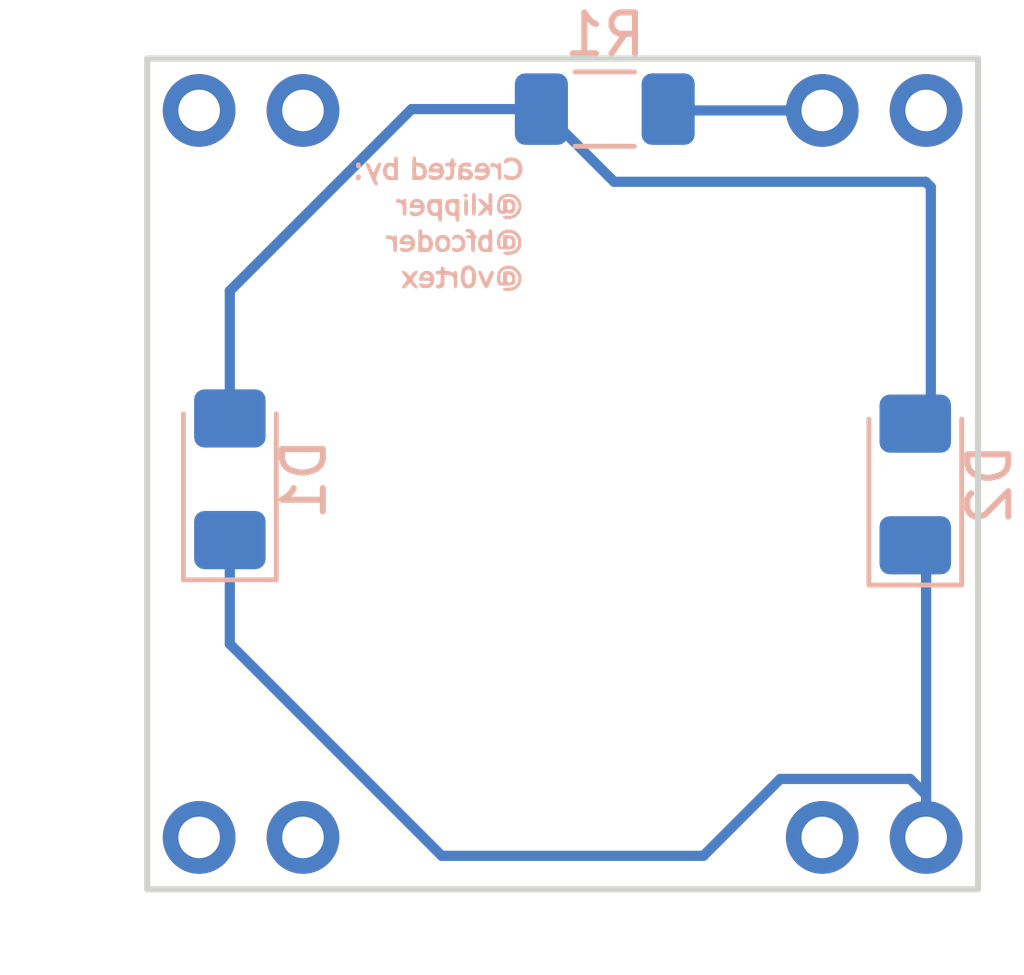
<source format=kicad_pcb>
(kicad_pcb (version 20211014) (generator pcbnew)
  (layers (0 "F.Cu" signal) (31 "B.Cu" signal) (34 "B.Paste" user) (35 "F.Paste" user) (36 "B.SilkS" user "B.Silkscreen") (37 "F.SilkS" user "F.Silkscreen") (38 "B.Mask" user) (39 "F.Mask" user) (44 "Edge.Cuts" user))
  (net 0 "")
  (net 1 "Net-(D1-Pad1)")
  (net 7 "Net-(D2-Pad2)")
  (net 8 "Net-(R1-Pad1)")
  (footprint "Badge" (layer "F.Cu") (at 136.779 94.742)
    (fp_text reference "Ref**" hide)
    (fp_text value "Val**" hide)
    (fp_poly (pts (xy -2.866011 -5.049038) (xy -2.803211 -5.001476) (xy -2.761712 -4.924146) (xy -2.752261 -4.882836) (xy -2.744865 -4.772099) (xy -2.755334 -4.671135) (xy -2.781656 -4.590763) (xy -2.814751 -4.546914) (xy -2.877431 -4.517209) (xy -2.951933 -4.509875) (xy -3.018071 -4.526021) (xy -3.032418 -4.534958) (xy -3.073451 -4.588319) (xy -3.099612 -4.667117) (xy -3.111047 -4.759952) (xy -3.110266 -4.783666) (xy -3.026833 -4.783666) (xy -3.017629 -4.68553) (xy -2.990799 -4.621501) (xy -2.947519 -4.594052) (xy -2.93634 -4.593166) (xy -2.886431 -4.60351) (xy -2.861733 -4.618566) (xy -2.847289 -4.654571) (xy -2.838943 -4.717865) (xy -2.836695 -4.793845) (xy -2.840544 -4.867908) (xy -2.850491 -4.925451) (xy -2.861733 -4.948766) (xy -2.902195 -4.96919) (xy -2.93634 -4.974166) (xy -2.982958 -4.95479) (xy -3.013374 -4.89831) (xy -3.026413 -4.807198) (xy -3.026833 -4.783666) (xy -3.110266 -4.783666) (xy -3.1079 -4.855424) (xy -3.090318 -4.942135) (xy -3.058445 -5.008684) (xy -3.025998 -5.038113) (xy -2.942733 -5.062645) (xy -2.866011 -5.049038)) (layer "B.SilkS") (width 0.01) (fill solid))
    (fp_poly (pts (xy -2.931443 -7.577235) (xy -2.882297 -7.558724) (xy -2.858283 -7.524061) (xy -2.8575 -7.515009) (xy -2.863637 -7.493184) (xy -2.888853 -7.484539) (xy -2.943351 -7.486379) (xy -2.960152 -7.487911) (xy -3.026023 -7.490976) (xy -3.061439 -7.48238) (xy -3.075905 -7.463637) (xy -3.07692 -7.441517) (xy -3.051584 -7.431515) (xy -3.00404 -7.4295) (xy -2.927391 -7.414475) (xy -2.863322 -7.375274) (xy -2.823135 -7.320704) (xy -2.815166 -7.282295) (xy -2.833628 -7.22243) (xy -2.881326 -7.179194) (xy -2.946728 -7.157809) (xy -3.018303 -7.163496) (xy -3.049391 -7.176245) (xy -3.083089 -7.187345) (xy -3.090333 -7.176245) (xy -3.106304 -7.157465) (xy -3.139256 -7.156597) (xy -3.160889 -7.168444) (xy -3.170335 -7.199335) (xy -3.174587 -7.258591) (xy -3.174172 -7.314776) (xy -3.090867 -7.314776) (xy -3.071282 -7.271313) (xy -3.064933 -7.2644) (xy -3.02382 -7.243872) (xy -2.971914 -7.240519) (xy -2.928287 -7.253615) (xy -2.913568 -7.270171) (xy -2.920043 -7.304503) (xy -2.955265 -7.337949) (xy -3.006525 -7.361035) (xy -3.042126 -7.366) (xy -3.080123 -7.350909) (xy -3.090867 -7.314776) (xy -3.174172 -7.314776) (xy -3.17404 -7.332616) (xy -3.169086 -7.407814) (xy -3.160121 -7.470588) (xy -3.151253 -7.500793) (xy -3.115626 -7.541373) (xy -3.059512 -7.568007) (xy -2.994317 -7.580145) (xy -2.931443 -7.577235)) (layer "B.SilkS") (width 0.01) (fill solid))
    (fp_poly (pts (xy -3.28997 -7.671098) (xy -3.280833 -7.630583) (xy -3.273588 -7.590804) (xy -3.259666 -7.577666) (xy -3.242469 -7.559938) (xy -3.2385 -7.535333) (xy -3.247364 -7.500938) (xy -3.259666 -7.493) (xy -3.270757 -7.473582) (xy -3.27834 -7.422237) (xy -3.280833 -7.356928) (xy -3.285604 -7.264407) (xy -3.300755 -7.206822) (xy -3.314095 -7.187595) (xy -3.356436 -7.164648) (xy -3.412705 -7.154408) (xy -3.462262 -7.159281) (xy -3.478389 -7.168444) (xy -3.494391 -7.203266) (xy -3.474123 -7.229641) (xy -3.429 -7.239) (xy -3.39385 -7.240663) (xy -3.374879 -7.252304) (xy -3.367095 -7.283901) (xy -3.365512 -7.345432) (xy -3.3655 -7.366) (xy -3.366331 -7.436299) (xy -3.372152 -7.474242) (xy -3.38795 -7.489809) (xy -3.418716 -7.492976) (xy -3.429 -7.493) (xy -3.47548 -7.499652) (xy -3.491845 -7.524405) (xy -3.4925 -7.535333) (xy -3.482521 -7.56632) (xy -3.445392 -7.57723) (xy -3.429 -7.577666) (xy -3.383618 -7.583362) (xy -3.367016 -7.607572) (xy -3.3655 -7.630583) (xy -3.355578 -7.672078) (xy -3.323166 -7.6835) (xy -3.28997 -7.671098)) (layer "B.SilkS") (width 0.01) (fill solid))
    (fp_poly (pts (xy -2.146838 -7.565197) (xy -2.135835 -7.542732) (xy -2.129866 -7.498303) (xy -2.127514 -7.423971) (xy -2.12725 -7.366) (xy -2.128188 -7.271346) (xy -2.131947 -7.211063) (xy -2.139942 -7.177212) (xy -2.153591 -7.161855) (xy -2.164291 -7.158363) (xy -2.184319 -7.159682) (xy -2.195559 -7.179056) (xy -2.200419 -7.225037) (xy -2.201333 -7.289877) (xy -2.203058 -7.366833) (xy -2.21067 -7.413682) (xy -2.227826 -7.44259) (xy -2.253213 -7.462517) (xy -2.310213 -7.484539) (xy -2.348463 -7.482745) (xy -2.382213 -7.480286) (xy -2.391789 -7.509349) (xy -2.391833 -7.513404) (xy -2.377189 -7.557332) (xy -2.336068 -7.570899) (xy -2.272692 -7.552901) (xy -2.265642 -7.549493) (xy -2.22214 -7.530043) (xy -2.204387 -7.531553) (xy -2.201333 -7.549091) (xy -2.185151 -7.572859) (xy -2.164291 -7.573637) (xy -2.146838 -7.565197)) (layer "B.SilkS") (width 0.01) (fill solid))
    (fp_poly (pts (xy -2.374477 -5.94548) (xy -2.362647 -5.933901) (xy -2.355288 -5.906315) (xy -2.351346 -5.855945) (xy -2.349769 -5.776008) (xy -2.3495 -5.675433) (xy -2.3495 -5.403033) (xy -2.47491 -5.400199) (xy -2.548108 -5.400698) (xy -2.593267 -5.409303) (xy -2.62452 -5.430436) (xy -2.644243 -5.453203) (xy -2.680665 -5.528521) (xy -2.689672 -5.608087) (xy -2.6035 -5.608087) (xy -2.591087 -5.528608) (xy -2.556457 -5.479776) (xy -2.503527 -5.46546) (xy -2.467648 -5.473848) (xy -2.446445 -5.495256) (xy -2.436115 -5.544047) (xy -2.434166 -5.600444) (xy -2.436046 -5.667128) (xy -2.444973 -5.703325) (xy -2.465884 -5.720826) (xy -2.487358 -5.727544) (xy -2.548239 -5.727065) (xy -2.587401 -5.690988) (xy -2.603236 -5.620969) (xy -2.6035 -5.608087) (xy -2.689672 -5.608087) (xy -2.690713 -5.617281) (xy -2.674896 -5.703542) (xy -2.634076 -5.771014) (xy -2.587563 -5.807799) (xy -2.539591 -5.815909) (xy -2.507076 -5.811426) (xy -2.458506 -5.80475) (xy -2.438402 -5.816906) (xy -2.434203 -5.858464) (xy -2.434166 -5.872791) (xy -2.429562 -5.924252) (xy -2.411522 -5.945217) (xy -2.391833 -5.947833) (xy -2.374477 -5.94548)) (layer "B.SilkS") (width 0.01) (fill solid))
    (fp_poly (pts (xy -3.467105 -5.792213) (xy -3.431104 -5.769821) (xy -3.386209 -5.703099) (xy -3.368602 -5.61863) (xy -3.378354 -5.531092) (xy -3.415534 -5.455161) (xy -3.429538 -5.439295) (xy -3.483834 -5.409653) (xy -3.55757 -5.397867) (xy -3.631077 -5.405591) (xy -3.665537 -5.419473) (xy -3.708611 -5.466774) (xy -3.733022 -5.538549) (xy -3.736767 -5.598583) (xy -3.661833 -5.598583) (xy -3.647666 -5.541238) (xy -3.612918 -5.490952) (xy -3.569221 -5.462846) (xy -3.556 -5.461) (xy -3.514589 -5.477181) (xy -3.483117 -5.508043) (xy -3.457765 -5.560028) (xy -3.450166 -5.598583) (xy -3.464334 -5.655928) (xy -3.499082 -5.706214) (xy -3.542778 -5.73432) (xy -3.556 -5.736166) (xy -3.600111 -5.717749) (xy -3.638793 -5.672576) (xy -3.660413 -5.615771) (xy -3.661833 -5.598583) (xy -3.736767 -5.598583) (xy -3.738165 -5.620983) (xy -3.723435 -5.700262) (xy -3.688227 -5.762569) (xy -3.680895 -5.769821) (xy -3.6189 -5.801094) (xy -3.541203 -5.808558) (xy -3.467105 -5.792213)) (layer "B.SilkS") (width 0.01) (fill solid))
    (fp_poly (pts (xy -5.075006 -7.575389) (xy -5.063605 -7.564072) (xy -5.065561 -7.536988) (xy -5.081929 -7.487412) (xy -5.113767 -7.408614) (xy -5.132081 -7.365008) (xy -5.166746 -7.280678) (xy -5.18601 -7.224673) (xy -5.191745 -7.186666) (xy -5.185823 -7.156334) (xy -5.174414 -7.13155) (xy -5.148399 -7.071363) (xy -5.149116 -7.038609) (xy -5.177064 -7.027493) (xy -5.183378 -7.027333) (xy -5.204625 -7.03654) (xy -5.229738 -7.067543) (xy -5.2617 -7.125419) (xy -5.303489 -7.215242) (xy -5.331545 -7.279641) (xy -5.372192 -7.376027) (xy -5.40588 -7.459114) (xy -5.429426 -7.520811) (xy -5.439646 -7.553027) (xy -5.439833 -7.554808) (xy -5.422242 -7.573758) (xy -5.400081 -7.577666) (xy -5.371583 -7.564861) (xy -5.343083 -7.522352) (xy -5.312938 -7.450947) (xy -5.28641 -7.387518) (xy -5.263362 -7.345516) (xy -5.249462 -7.33417) (xy -5.233426 -7.357778) (xy -5.208359 -7.408764) (xy -5.18598 -7.460889) (xy -5.15126 -7.53408) (xy -5.120117 -7.570828) (xy -5.098708 -7.577666) (xy -5.075006 -7.575389)) (layer "B.SilkS") (width 0.01) (fill solid))
    (fp_poly (pts (xy -4.077218 -5.939599) (xy -4.065422 -5.907405) (xy -4.064 -5.873347) (xy -4.061101 -5.82435) (xy -4.046765 -5.807266) (xy -4.013363 -5.811569) (xy -3.939924 -5.810095) (xy -3.873297 -5.773677) (xy -3.82399 -5.70954) (xy -3.809682 -5.671484) (xy -3.796955 -5.578398) (xy -3.81702 -5.495468) (xy -3.844274 -5.445381) (xy -3.865936 -5.41936) (xy -3.897085 -5.405345) (xy -3.949561 -5.400125) (xy -4.011403 -5.400071) (xy -4.148666 -5.40213) (xy -4.148666 -5.547817) (xy -4.061579 -5.547817) (xy -4.054336 -5.511095) (xy -4.034052 -5.491632) (xy -4.01749 -5.484398) (xy -3.956926 -5.477988) (xy -3.911299 -5.50307) (xy -3.892229 -5.551703) (xy -3.895705 -5.646702) (xy -3.918871 -5.705858) (xy -3.963098 -5.731492) (xy -3.998688 -5.731945) (xy -4.030933 -5.724323) (xy -4.04832 -5.703664) (xy -4.056663 -5.658771) (xy -4.059824 -5.614189) (xy -4.061579 -5.547817) (xy -4.148666 -5.547817) (xy -4.148666 -5.674982) (xy -4.148302 -5.786767) (xy -4.146507 -5.862995) (xy -4.142232 -5.91044) (xy -4.134425 -5.935876) (xy -4.122034 -5.946078) (xy -4.106333 -5.947833) (xy -4.077218 -5.939599)) (layer "B.SilkS") (width 0.01) (fill solid))
    (fp_poly (pts (xy -2.953588 -6.805745) (xy -2.942166 -6.773333) (xy -2.954569 -6.740137) (xy -2.995083 -6.731) (xy -3.036578 -6.740922) (xy -3.048 -6.773333) (xy -3.035598 -6.806529) (xy -2.995083 -6.815666) (xy -2.953588 -6.805745)) (layer "B.SilkS") (width 0.01) (fill solid))
    (fp_poly (pts (xy -2.964824 -6.68563) (xy -2.952406 -6.671286) (xy -2.945593 -6.637781) (xy -2.942731 -6.577262) (xy -2.942166 -6.487583) (xy -2.942806 -6.394124) (xy -2.945826 -6.335139) (xy -2.952879 -6.302776) (xy -2.96562 -6.289182) (xy -2.9845 -6.2865) (xy -3.004175 -6.289536) (xy -3.016593 -6.303881) (xy -3.023407 -6.337386) (xy -3.026269 -6.397904) (xy -3.026833 -6.487583) (xy -3.026194 -6.581042) (xy -3.023174 -6.640027) (xy -3.01612 -6.67239) (xy -3.00338 -6.685984) (xy -2.9845 -6.688666) (xy -2.964824 -6.68563)) (layer "B.SilkS") (width 0.01) (fill solid))
    (fp_poly (pts (xy -3.86323 -4.914589) (xy -3.804282 -4.864361) (xy -3.772689 -4.783406) (xy -3.767666 -4.723474) (xy -3.77842 -4.62752) (xy -3.813294 -4.564018) (xy -3.876208 -4.528216) (xy -3.937835 -4.517196) (xy -4.007519 -4.51651) (xy -4.06679 -4.524861) (xy -4.079875 -4.529195) (xy -4.118994 -4.563769) (xy -4.1275 -4.594749) (xy -4.120199 -4.626839) (xy -4.092691 -4.624903) (xy -4.090458 -4.623956) (xy -4.010676 -4.600651) (xy -3.938331 -4.599195) (xy -3.883016 -4.61774) (xy -3.854325 -4.654438) (xy -3.852333 -4.669842) (xy -3.864224 -4.686609) (xy -3.904287 -4.695853) (xy -3.979112 -4.698971) (xy -3.989916 -4.699) (xy -4.1275 -4.699) (xy -4.1275 -4.763462) (xy -4.12267 -4.782155) (xy -4.042833 -4.782155) (xy -4.023912 -4.770432) (xy -3.976039 -4.763401) (xy -3.947583 -4.7625) (xy -3.890775 -4.766466) (xy -3.856701 -4.776501) (xy -3.852333 -4.782466) (xy -3.868113 -4.807248) (xy -3.903989 -4.838529) (xy -3.942769 -4.862768) (xy -3.961364 -4.868333) (xy -3.989569 -4.853251) (xy -4.022217 -4.820248) (xy -4.041948 -4.787688) (xy -4.042833 -4.782155) (xy -4.12267 -4.782155) (xy -4.108285 -4.837814) (xy -4.057257 -4.895798) (xy -3.984338 -4.928128) (xy -3.947583 -4.931833) (xy -3.86323 -4.914589)) (layer "B.SilkS") (width 0.01) (fill solid))
    (fp_poly (pts (xy -5.581932 -7.274499) (xy -5.568097 -7.245447) (xy -5.566833 -7.217833) (xy -5.572528 -7.172451) (xy -5.596738 -7.15585) (xy -5.61975 -7.154333) (xy -5.657568 -7.161168) (xy -5.671403 -7.19022) (xy -5.672666 -7.217833) (xy -5.666971 -7.263215) (xy -5.642761 -7.279817) (xy -5.61975 -7.281333) (xy -5.581932 -7.274499)) (layer "B.SilkS") (width 0.01) (fill solid))
    (fp_poly (pts (xy -4.700491 -5.79663) (xy -4.688073 -5.782286) (xy -4.68126 -5.748781) (xy -4.678398 -5.688262) (xy -4.677833 -5.598583) (xy -4.678472 -5.505124) (xy -4.681492 -5.446139) (xy -4.688546 -5.413776) (xy -4.701287 -5.400182) (xy -4.720166 -5.3975) (xy -4.743361 -5.401919) (xy -4.756138 -5.421497) (xy -4.761509 -5.465716) (xy -4.7625 -5.53085) (xy -4.766974 -5.621035) (xy -4.783604 -5.676872) (xy -4.8172 -5.705702) (xy -4.872572 -5.714867) (xy -4.88315 -5.715) (xy -4.932412 -5.720388) (xy -4.951375 -5.741063) (xy -4.953 -5.757333) (xy -4.94411 -5.787189) (xy -4.909995 -5.798682) (xy -4.88315 -5.799666) (xy -4.827061 -5.792392) (xy -4.788484 -5.774834) (xy -4.7879 -5.774266) (xy -4.766926 -5.75954) (xy -4.7625 -5.774266) (xy -4.744815 -5.794885) (xy -4.720166 -5.799666) (xy -4.700491 -5.79663)) (layer "B.SilkS") (width 0.01) (fill solid))
    (fp_poly (pts (xy -2.776717 -6.834499) (xy -2.76491 -6.823) (xy -2.757539 -6.795589) (xy -2.753567 -6.74552) (xy -2.751956 -6.666047) (xy -2.751666 -6.561666) (xy -2.752026 -6.449331) (xy -2.753795 -6.372581) (xy -2.758012 -6.32467) (xy -2.765715 -6.298852) (xy -2.777941 -6.28838) (xy -2.794 -6.2865) (xy -2.811282 -6.288834) (xy -2.82309 -6.300333) (xy -2.830461 -6.327744) (xy -2.834433 -6.377813) (xy -2.836044 -6.457286) (xy -2.836333 -6.561666) (xy -2.835974 -6.674002) (xy -2.834205 -6.750752) (xy -2.829988 -6.798663) (xy -2.822285 -6.824481) (xy -2.810058 -6.834953) (xy -2.794 -6.836833) (xy -2.776717 -6.834499)) (layer "B.SilkS") (width 0.01) (fill solid))
    (fp_poly (pts (xy -2.51204 -7.559411) (xy -2.449724 -7.509727) (xy -2.412918 -7.43624) (xy -2.406206 -7.346574) (xy -2.419467 -7.285292) (xy -2.463245 -7.213169) (xy -2.533198 -7.168544) (xy -2.621023 -7.154349) (xy -2.718419 -7.173516) (xy -2.72678 -7.176741) (xy -2.757626 -7.201756) (xy -2.768188 -7.234118) (xy -2.758037 -7.258933) (xy -2.729243 -7.262071) (xy -2.634372 -7.244388) (xy -2.560185 -7.24917) (xy -2.512673 -7.275029) (xy -2.497666 -7.315675) (xy -2.509392 -7.332292) (xy -2.548974 -7.341536) (xy -2.623023 -7.344779) (xy -2.638019 -7.344833) (xy -2.778372 -7.344833) (xy -2.765663 -7.424208) (xy -2.752116 -7.460444) (xy -2.674963 -7.460444) (xy -2.673459 -7.440862) (xy -2.644105 -7.431529) (xy -2.592252 -7.4295) (xy -2.535676 -7.433583) (xy -2.501879 -7.443907) (xy -2.497666 -7.449922) (xy -2.515782 -7.477831) (xy -2.557974 -7.499432) (xy -2.606016 -7.506898) (xy -2.623511 -7.50395) (xy -2.662659 -7.478719) (xy -2.674963 -7.460444) (xy -2.752116 -7.460444) (xy -2.734937 -7.50639) (xy -2.676625 -7.559025) (xy -2.595663 -7.577666) (xy -2.595281 -7.577666) (xy -2.51204 -7.559411)) (layer "B.SilkS") (width 0.01) (fill solid))
    (fp_poly (pts (xy -4.581666 -6.67231) (xy -4.570608 -6.666755) (xy -4.536911 -6.655655) (xy -4.529666 -6.666755) (xy -4.511945 -6.684555) (xy -4.487333 -6.688666) (xy -4.467658 -6.68563) (xy -4.45524 -6.671286) (xy -4.448426 -6.637781) (xy -4.445564 -6.577262) (xy -4.445 -6.487583) (xy -4.445639 -6.394124) (xy -4.448659 -6.335139) (xy -4.455713 -6.302776) (xy -4.468453 -6.289182) (xy -4.487333 -6.2865) (xy -4.510292 -6.29081) (xy -4.523067 -6.309992) (xy -4.528556 -6.353423) (xy -4.529666 -6.423338) (xy -4.535066 -6.512915) (xy -4.554526 -6.568195) (xy -4.592935 -6.596213) (xy -4.655183 -6.604) (xy -4.655275 -6.604) (xy -4.691586 -6.618263) (xy -4.699 -6.646333) (xy -4.682721 -6.679648) (xy -4.640367 -6.688822) (xy -4.581666 -6.67231)) (layer "B.SilkS") (width 0.01) (fill solid))
    (fp_poly (pts (xy -4.681932 -7.723555) (xy -4.670193 -7.712288) (xy -4.66279 -7.685383) (xy -4.65873 -7.636191) (xy -4.657019 -7.558064) (xy -4.656667 -7.444353) (xy -4.656666 -7.442358) (xy -4.656666 -7.158884) (xy -4.782212 -7.157116) (xy -4.855196 -7.158165) (xy -4.901052 -7.167407) (xy -4.934885 -7.190118) (xy -4.962129 -7.219965) (xy -5.006229 -7.301978) (xy -5.013959 -7.366) (xy -4.931833 -7.366) (xy -4.917518 -7.292656) (xy -4.874532 -7.250447) (xy -4.814672 -7.239) (xy -4.741333 -7.239) (xy -4.741333 -7.353152) (xy -4.74603 -7.428913) (xy -4.764541 -7.471634) (xy -4.803494 -7.489993) (xy -4.848153 -7.493) (xy -4.891019 -7.473993) (xy -4.921576 -7.425198) (xy -4.931833 -7.366) (xy -5.013959 -7.366) (xy -5.017443 -7.39485) (xy -4.995361 -7.484199) (xy -4.970766 -7.524265) (xy -4.936009 -7.56091) (xy -4.898253 -7.574919) (xy -4.839049 -7.5727) (xy -4.833183 -7.572053) (xy -4.741333 -7.5617) (xy -4.741333 -7.643767) (xy -4.737538 -7.698114) (xy -4.722318 -7.721665) (xy -4.699 -7.725833) (xy -4.681932 -7.723555)) (layer "B.SilkS") (width 0.01) (fill solid))
    (fp_poly (pts (xy -1.838604 -5.041752) (xy -1.775838 -5.010786) (xy -1.693101 -4.932265) (xy -1.645098 -4.834907) (xy -1.633855 -4.726747) (xy -1.661397 -4.615822) (xy -1.671111 -4.595236) (xy -1.734683 -4.514608) (xy -1.827395 -4.464565) (xy -1.948971 -4.445247) (xy -1.966407 -4.445) (xy -2.031569 -4.44756) (xy -2.064277 -4.457458) (xy -2.074219 -4.478017) (xy -2.074346 -4.482041) (xy -2.067532 -4.504389) (xy -2.040297 -4.513806) (xy -1.982484 -4.513408) (xy -1.973805 -4.512898) (xy -1.866597 -4.52274) (xy -1.782767 -4.565189) (xy -1.726208 -4.637937) (xy -1.714669 -4.666736) (xy -1.699146 -4.75438) (xy -1.718008 -4.832872) (xy -1.768686 -4.908315) (xy -1.839129 -4.963713) (xy -1.923276 -4.988224) (xy -2.009443 -4.982163) (xy -2.085947 -4.94584) (xy -2.130124 -4.898667) (xy -2.150115 -4.846454) (xy -2.157228 -4.780667) (xy -2.152459 -4.715061) (xy -2.136803 -4.66339) (xy -2.111375 -4.63943) (xy -2.091218 -4.640849) (xy -2.079975 -4.660502) (xy -2.07518 -4.706994) (xy -2.074541 -4.75368) (xy -1.989666 -4.75368) (xy -1.983175 -4.685441) (xy -1.960544 -4.649305) (xy -1.926166 -4.637495) (xy -1.901212 -4.646179) (xy -1.891978 -4.651699) (xy -1.857112 -4.694788) (xy -1.849343 -4.749577) (xy -1.865433 -4.802165) (xy -1.902144 -4.838649) (xy -1.937495 -4.847166) (xy -1.969926 -4.843005) (xy -1.985144 -4.822913) (xy -1.989517 -4.775478) (xy -1.989666 -4.75368) (xy -2.074541 -4.75368) (xy -2.074333 -4.768826) (xy -2.074333 -4.905256) (xy -1.985383 -4.91948) (xy -1.895024 -4.920128) (xy -1.831515 -4.888227) (xy -1.793852 -4.822953) (xy -1.78204 -4.752836) (xy -1.782356 -4.676467) (xy -1.799318 -4.625425) (xy -1.839268 -4.594816) (xy -1.908547 -4.579743) (xy -2.011962 -4.57532) (xy -2.097522 -4.575949) (xy -2.150706 -4.580709) (xy -2.181431 -4.591838) (xy -2.199611 -4.611577) (xy -2.203625 -4.618615) (xy -2.223147 -4.687153) (xy -2.226207 -4.775162) (xy -2.213716 -4.863506) (xy -2.18883 -4.929382) (xy -2.124405 -4.999832) (xy -2.036909 -5.043551) (xy -1.937817 -5.058279) (xy -1.838604 -5.041752)) (layer "B.SilkS") (width 0.01) (fill solid))
    (fp_poly (pts (xy -4.226322 -7.718366) (xy -4.214215 -7.688512) (xy -4.212166 -7.644832) (xy -4.209882 -7.592576) (xy -4.19656 -7.571687) (xy -4.162498 -7.571222) (xy -4.148627 -7.573157) (xy -4.071243 -7.565937) (xy -4.008003 -7.525312) (xy -3.964117 -7.459259) (xy -3.944799 -7.375754) (xy -3.955262 -7.282775) (xy -3.956375 -7.278964) (xy -3.98136 -7.218241) (xy -4.018124 -7.181488) (xy -4.076324 -7.163421) (xy -4.165611 -7.158754) (xy -4.175854 -7.158814) (xy -4.296833 -7.159901) (xy -4.296833 -7.379688) (xy -4.212166 -7.379688) (xy -4.208178 -7.303908) (xy -4.191972 -7.261881) (xy -4.157187 -7.245433) (xy -4.107732 -7.245502) (xy -4.064099 -7.262795) (xy -4.039701 -7.31179) (xy -4.035197 -7.389811) (xy -4.063305 -7.450071) (xy -4.119367 -7.484617) (xy -4.143522 -7.489049) (xy -4.212166 -7.495682) (xy -4.212166 -7.379688) (xy -4.296833 -7.379688) (xy -4.296833 -7.442867) (xy -4.296492 -7.557039) (xy -4.294804 -7.635534) (xy -4.290774 -7.685006) (xy -4.283407 -7.71211) (xy -4.271707 -7.723501) (xy -4.254678 -7.725833) (xy -4.2545 -7.725833) (xy -4.226322 -7.718366)) (layer "B.SilkS") (width 0.01) (fill solid))
    (fp_poly (pts (xy -1.768333 -7.686024) (xy -1.687228 -7.633593) (xy -1.632504 -7.552618) (xy -1.609157 -7.448343) (xy -1.608666 -7.4295) (xy -1.626381 -7.321978) (xy -1.675635 -7.238123) (xy -1.750596 -7.181718) (xy -1.845429 -7.156549) (xy -1.954301 -7.166399) (xy -1.994958 -7.178935) (xy -2.04091 -7.208731) (xy -2.053166 -7.251891) (xy -2.05073 -7.285754) (xy -2.035591 -7.291915) (xy -1.996004 -7.274023) (xy -1.990718 -7.271293) (xy -1.901367 -7.242566) (xy -1.815481 -7.245916) (xy -1.778303 -7.260004) (xy -1.735059 -7.304656) (xy -1.709151 -7.374418) (xy -1.704515 -7.454247) (xy -1.714553 -7.503746) (xy -1.756754 -7.576141) (xy -1.821294 -7.614839) (xy -1.90291 -7.618239) (xy -1.990718 -7.587706) (xy -2.033165 -7.56777) (xy -2.050051 -7.571868) (xy -2.05316 -7.604093) (xy -2.053166 -7.609397) (xy -2.034154 -7.65967) (xy -1.97822 -7.691643) (xy -1.887017 -7.704451) (xy -1.870821 -7.704666) (xy -1.768333 -7.686024)) (layer "B.SilkS") (width 0.01) (fill solid))
    (fp_poly (pts (xy -2.374551 -6.834499) (xy -2.362743 -6.823) (xy -2.355372 -6.795589) (xy -2.3514 -6.74552) (xy -2.349789 -6.666047) (xy -2.3495 -6.561666) (xy -2.349859 -6.449331) (xy -2.351628 -6.372581) (xy -2.355845 -6.32467) (xy -2.363548 -6.298852) (xy -2.375775 -6.28838) (xy -2.391833 -6.2865) (xy -2.42101 -6.294787) (xy -2.432783 -6.327139) (xy -2.434166 -6.360583) (xy -2.438934 -6.409558) (xy -2.450656 -6.434029) (xy -2.45314 -6.434666) (xy -2.477289 -6.420023) (xy -2.516629 -6.382954) (xy -2.53716 -6.360583) (xy -2.60256 -6.303446) (xy -2.65703 -6.2865) (xy -2.685191 -6.287849) (xy -2.694095 -6.296738) (xy -2.681359 -6.320431) (xy -2.644602 -6.366191) (xy -2.622158 -6.392873) (xy -2.532463 -6.499246) (xy -2.610315 -6.578974) (xy -2.662127 -6.634943) (xy -2.683698 -6.6683) (xy -2.676552 -6.684417) (xy -2.642214 -6.688666) (xy -2.641434 -6.688666) (xy -2.600117 -6.67445) (xy -2.546014 -6.638133) (xy -2.514434 -6.610287) (xy -2.434166 -6.531908) (xy -2.434166 -6.684371) (xy -2.433086 -6.763589) (xy -2.42819 -6.809431) (xy -2.416997 -6.830832) (xy -2.397026 -6.836728) (xy -2.391833 -6.836833) (xy -2.374551 -6.834499)) (layer "B.SilkS") (width 0.01) (fill solid))
    (fp_poly (pts (xy -3.610071 -7.54945) (xy -3.603865 -7.545292) (xy -3.556377 -7.489324) (xy -3.532596 -7.413436) (xy -3.531965 -7.33057) (xy -3.553929 -7.253669) (xy -3.597931 -7.195673) (xy -3.6195 -7.181692) (xy -3.703644 -7.158721) (xy -3.797953 -7.162218) (xy -3.847041 -7.176159) (xy -3.886454 -7.210041) (xy -3.894666 -7.240582) (xy -3.887366 -7.272673) (xy -3.859858 -7.270736) (xy -3.857625 -7.269789) (xy -3.777843 -7.246484) (xy -3.705497 -7.245029) (xy -3.650183 -7.263574) (xy -3.621491 -7.300271) (xy -3.6195 -7.315675) (xy -3.63139 -7.332442) (xy -3.671454 -7.341687) (xy -3.746279 -7.344804) (xy -3.757083 -7.344833) (xy -3.894666 -7.344833) (xy -3.894666 -7.409295) (xy -3.881933 -7.459613) (xy -3.797116 -7.459613) (xy -3.794751 -7.440448) (xy -3.763505 -7.431339) (xy -3.714086 -7.4295) (xy -3.657513 -7.433836) (xy -3.623715 -7.4448) (xy -3.6195 -7.45119) (xy -3.637571 -7.474869) (xy -3.67963 -7.494918) (xy -3.727447 -7.504602) (xy -3.755263 -7.501353) (xy -3.790102 -7.472418) (xy -3.797116 -7.459613) (xy -3.881933 -7.459613) (xy -3.876214 -7.482209) (xy -3.827927 -7.537639) (xy -3.760405 -7.570628) (xy -3.684253 -7.576218) (xy -3.610071 -7.54945)) (layer "B.SilkS") (width 0.01) (fill solid))
    (fp_poly (pts (xy -1.803723 -5.9106) (xy -1.748104 -5.876599) (xy -1.681304 -5.802667) (xy -1.643058 -5.711444) (xy -1.63288 -5.612893) (xy -1.650282 -5.516977) (xy -1.694777 -5.43366) (xy -1.765878 -5.372905) (xy -1.772908 -5.369213) (xy -1.885508 -5.332773) (xy -2.004766 -5.327478) (xy -2.016125 -5.328838) (xy -2.059108 -5.344374) (xy -2.074333 -5.367156) (xy -2.06216 -5.385918) (xy -2.020922 -5.39537) (xy -1.960771 -5.3975) (xy -1.854155 -5.41117) (xy -1.777065 -5.453712) (xy -1.72607 -5.527427) (xy -1.712939 -5.563695) (xy -1.70445 -5.657456) (xy -1.731252 -5.743916) (xy -1.786853 -5.814201) (xy -1.864762 -5.859439) (xy -1.938269 -5.871633) (xy -2.035184 -5.855248) (xy -2.10465 -5.807169) (xy -2.145342 -5.729012) (xy -2.155938 -5.622392) (xy -2.155068 -5.606975) (xy -2.145141 -5.542991) (xy -2.124879 -5.512388) (xy -2.111375 -5.507255) (xy -2.091942 -5.508486) (xy -2.080732 -5.526934) (xy -2.075583 -5.570928) (xy -2.074403 -5.644444) (xy -1.989666 -5.644444) (xy -1.986664 -5.585047) (xy -1.979127 -5.545179) (xy -1.975555 -5.538611) (xy -1.935363 -5.523751) (xy -1.890292 -5.538623) (xy -1.860953 -5.572725) (xy -1.849207 -5.634943) (xy -1.865343 -5.691228) (xy -1.903306 -5.728436) (xy -1.936226 -5.736166) (xy -1.969653 -5.732093) (xy -1.985181 -5.712178) (xy -1.989534 -5.664884) (xy -1.989666 -5.644444) (xy -2.074403 -5.644444) (xy -2.074333 -5.648795) (xy -2.074333 -5.799666) (xy -1.959117 -5.799666) (xy -1.870081 -5.789969) (xy -1.813835 -5.757248) (xy -1.784993 -5.696055) (xy -1.778 -5.616552) (xy -1.783311 -5.548969) (xy -1.803845 -5.504389) (xy -1.846499 -5.478268) (xy -1.918171 -5.466063) (xy -2.010798 -5.463226) (xy -2.096368 -5.464152) (xy -2.149615 -5.468981) (xy -2.180525 -5.48009) (xy -2.199082 -5.499858) (xy -2.204578 -5.509397) (xy -2.223749 -5.576878) (xy -2.226622 -5.663013) (xy -2.214398 -5.748725) (xy -2.188276 -5.814937) (xy -2.185061 -5.819593) (xy -2.107269 -5.89282) (xy -2.01114 -5.933263) (xy -1.906637 -5.939623) (xy -1.803723 -5.9106)) (layer "B.SilkS") (width 0.01) (fill solid))
    (fp_poly (pts (xy -3.522804 -5.025264) (xy -3.513666 -4.98475) (xy -3.508195 -4.944398) (xy -3.497791 -4.930482) (xy -3.410379 -4.921302) (xy -3.354818 -4.910397) (xy -3.320628 -4.895443) (xy -3.312409 -4.889355) (xy -3.287525 -4.874966) (xy -3.280865 -4.89546) (xy -3.280833 -4.899043) (xy -3.266016 -4.926634) (xy -3.243791 -4.927804) (xy -3.226338 -4.919364) (xy -3.215335 -4.896899) (xy -3.209366 -4.85247) (xy -3.207014 -4.778138) (xy -3.20675 -4.720166) (xy -3.207688 -4.625512) (xy -3.211447 -4.565229) (xy -3.219442 -4.531379) (xy -3.233091 -4.516022) (xy -3.243791 -4.512529) (xy -3.263939 -4.513882) (xy -3.275182 -4.533461) (xy -3.279981 -4.579865) (xy -3.280833 -4.641939) (xy -3.284929 -4.731027) (xy -3.301558 -4.78685) (xy -3.33723 -4.81805) (xy -3.398456 -4.833264) (xy -3.427408 -4.836438) (xy -3.513666 -4.844333) (xy -3.513666 -4.709678) (xy -3.518587 -4.617217) (xy -3.534166 -4.559835) (xy -3.546928 -4.541762) (xy -3.58927 -4.518815) (xy -3.645538 -4.508575) (xy -3.695096 -4.513447) (xy -3.711222 -4.522611) (xy -3.725859 -4.557439) (xy -3.70412 -4.585841) (xy -3.667125 -4.597052) (xy -3.634137 -4.603795) (xy -3.615921 -4.621484) (xy -3.607075 -4.660864) (xy -3.602569 -4.725458) (xy -3.596221 -4.847166) (xy -3.660777 -4.847166) (xy -3.707728 -4.85358) (xy -3.724539 -4.877579) (xy -3.725333 -4.8895) (xy -3.715354 -4.920487) (xy -3.678225 -4.931396) (xy -3.661833 -4.931833) (xy -3.616451 -4.937528) (xy -3.59985 -4.961738) (xy -3.598333 -4.98475) (xy -3.588411 -5.026245) (xy -3.556 -5.037666) (xy -3.522804 -5.025264)) (layer "B.SilkS") (width 0.01) (fill solid))
    (fp_poly (pts (xy -3.153833 -6.684036) (xy -3.153833 -6.411185) (xy -3.154198 -6.299399) (xy -3.155992 -6.223171) (xy -3.160268 -6.175726) (xy -3.168075 -6.15029) (xy -3.180466 -6.140088) (xy -3.196166 -6.138333) (xy -3.225672 -6.146908) (xy -3.237315 -6.180108) (xy -3.2385 -6.210321) (xy -3.24181 -6.258563) (xy -3.2604 -6.277793) (xy -3.30726 -6.280354) (xy -3.312061 -6.280225) (xy -3.395844 -6.294908) (xy -3.454709 -6.34298) (xy -3.486826 -6.422347) (xy -3.4925 -6.486563) (xy -3.491629 -6.498934) (xy -3.407833 -6.498934) (xy -3.394866 -6.421523) (xy -3.359307 -6.370814) (xy -3.30617 -6.353187) (xy -3.29407 -6.354165) (xy -3.266992 -6.364143) (xy -3.251984 -6.391383) (xy -3.244334 -6.44669) (xy -3.242676 -6.471978) (xy -3.24092 -6.538349) (xy -3.248163 -6.575071) (xy -3.268447 -6.594535) (xy -3.285009 -6.601768) (xy -3.347205 -6.610271) (xy -3.388527 -6.582543) (xy -3.407011 -6.52023) (xy -3.407833 -6.498934) (xy -3.491629 -6.498934) (xy -3.48584 -6.581077) (xy -3.461382 -6.641364) (xy -3.412412 -6.674053) (xy -3.332214 -6.685774) (xy -3.290403 -6.686085) (xy -3.153833 -6.684036)) (layer "B.SilkS") (width 0.01) (fill solid))
    (fp_poly (pts (xy -4.16986 -4.914907) (xy -4.169833 -4.913577) (xy -4.182018 -4.887523) (xy -4.212964 -4.842017) (xy -4.233333 -4.815416) (xy -4.270546 -4.76566) (xy -4.293398 -4.729457) (xy -4.296833 -4.720166) (xy -4.284705 -4.695913) (xy -4.25389 -4.651614) (xy -4.233333 -4.624916) (xy -4.196042 -4.574488) (xy -4.173204 -4.536854) (xy -4.169833 -4.526756) (xy -4.183577 -4.507321) (xy -4.217796 -4.512707) (xy -4.261974 -4.538899) (xy -4.30169 -4.577101) (xy -4.359463 -4.646083) (xy -4.414349 -4.577291) (xy -4.456059 -4.537325) (xy -4.500199 -4.512366) (xy -4.535526 -4.506646) (xy -4.550798 -4.524401) (xy -4.550833 -4.525896) (xy -4.539019 -4.551628) (xy -4.508945 -4.597648) (xy -4.487922 -4.626438) (xy -4.451327 -4.677076) (xy -4.428344 -4.713243) (xy -4.424422 -4.722548) (xy -4.436149 -4.745319) (xy -4.466625 -4.788603) (xy -4.487333 -4.815416) (xy -4.524625 -4.865845) (xy -4.547462 -4.903479) (xy -4.550833 -4.913577) (xy -4.53709 -4.933012) (xy -4.50287 -4.927626) (xy -4.458692 -4.901434) (xy -4.418977 -4.863232) (xy -4.361203 -4.79425) (xy -4.306317 -4.863041) (xy -4.264341 -4.903275) (xy -4.220162 -4.928087) (xy -4.184947 -4.933342) (xy -4.16986 -4.914907)) (layer "B.SilkS") (width 0.01) (fill solid))
    (fp_poly (pts (xy -4.085195 -6.662891) (xy -4.052454 -6.636712) (xy -4.011158 -6.568159) (xy -3.998121 -6.483839) (xy -4.013579 -6.399709) (xy -4.048125 -6.341564) (xy -4.114072 -6.29632) (xy -4.200382 -6.275051) (xy -4.290119 -6.281708) (xy -4.296833 -6.283535) (xy -4.343869 -6.31542) (xy -4.356904 -6.348555) (xy -4.356926 -6.383497) (xy -4.336439 -6.38608) (xy -4.325154 -6.381736) (xy -4.232881 -6.355702) (xy -4.15938 -6.362745) (xy -4.126665 -6.382505) (xy -4.0891 -6.424832) (xy -4.08745 -6.45351) (xy -4.123455 -6.470251) (xy -4.198856 -6.476767) (xy -4.22275 -6.477) (xy -4.360333 -6.477) (xy -4.360333 -6.5405) (xy -4.352454 -6.570996) (xy -4.272645 -6.570996) (xy -4.262543 -6.550543) (xy -4.212778 -6.541304) (xy -4.181081 -6.5405) (xy -4.122635 -6.543299) (xy -4.098229 -6.553778) (xy -4.098749 -6.572433) (xy -4.130622 -6.604718) (xy -4.181976 -6.619198) (xy -4.232115 -6.611415) (xy -4.244191 -6.603772) (xy -4.272645 -6.570996) (xy -4.352454 -6.570996) (xy -4.342443 -6.609742) (xy -4.295657 -6.65983) (xy -4.230303 -6.687535) (xy -4.156706 -6.689631) (xy -4.085195 -6.662891)) (layer "B.SilkS") (width 0.01) (fill solid))
    (fp_poly (pts (xy -2.897262 -5.954671) (xy -2.839916 -5.928491) (xy -2.802937 -5.885199) (xy -2.79765 -5.866966) (xy -2.780448 -5.823954) (xy -2.760608 -5.806691) (xy -2.736643 -5.784041) (xy -2.731413 -5.754114) (xy -2.747405 -5.736528) (xy -2.751666 -5.736166) (xy -2.762149 -5.716362) (xy -2.769515 -5.662295) (xy -2.772763 -5.581981) (xy -2.772833 -5.566833) (xy -2.773717 -5.482464) (xy -2.777788 -5.4319) (xy -2.787174 -5.406624) (xy -2.804005 -5.398123) (xy -2.815166 -5.3975) (xy -2.836259 -5.401035) (xy -2.8489 -5.417318) (xy -2.855219 -5.454863) (xy -2.857344 -5.522187) (xy -2.8575 -5.566833) (xy -2.8575 -5.736166) (xy -2.921 -5.736166) (xy -2.971413 -5.745633) (xy -2.9845 -5.767916) (xy -2.965796 -5.792992) (xy -2.920255 -5.799666) (xy -2.877196 -5.802775) (xy -2.86807 -5.817708) (xy -2.878666 -5.842) (xy -2.918296 -5.876783) (xy -2.953495 -5.884333) (xy -2.995087 -5.89604) (xy -3.003882 -5.921853) (xy -2.978775 -5.947807) (xy -2.959099 -5.955073) (xy -2.897262 -5.954671)) (layer "B.SilkS") (width 0.01) (fill solid))
    (fp_poly (pts (xy -3.150414 -5.809499) (xy -3.081571 -5.774922) (xy -3.032626 -5.713011) (xy -3.006532 -5.635223) (xy -3.006242 -5.553019) (xy -3.03471 -5.477858) (xy -3.057621 -5.449454) (xy -3.12059 -5.412208) (xy -3.202252 -5.396974) (xy -3.283455 -5.40679) (xy -3.296708 -5.411518) (xy -3.318902 -5.439024) (xy -3.323166 -5.462764) (xy -3.321071 -5.492882) (xy -3.307009 -5.500922) (xy -3.269321 -5.489791) (xy -3.247604 -5.481604) (xy -3.179373 -5.473898) (xy -3.125586 -5.501907) (xy -3.094629 -5.559445) (xy -3.090333 -5.597559) (xy -3.09977 -5.657172) (xy -3.122579 -5.701855) (xy -3.123595 -5.702905) (xy -3.167395 -5.727914) (xy -3.219702 -5.735534) (xy -3.261409 -5.724191) (xy -3.27025 -5.715) (xy -3.296996 -5.694156) (xy -3.318284 -5.709799) (xy -3.323166 -5.73669) (xy -3.304384 -5.776623) (xy -3.256379 -5.804189) (xy -3.191661 -5.814115) (xy -3.150414 -5.809499)) (layer "B.SilkS") (width 0.01) (fill solid))
    (fp_poly (pts (xy -4.360236 -5.803813) (xy -4.298463 -5.764665) (xy -4.254525 -5.701203) (xy -4.242001 -5.659316) (xy -4.238266 -5.556221) (xy -4.267875 -5.476309) (xy -4.328152 -5.423032) (xy -4.41642 -5.399844) (xy -4.443699 -5.399171) (xy -4.508017 -5.402412) (xy -4.556096 -5.4086) (xy -4.566708 -5.411518) (xy -4.588646 -5.438962) (xy -4.593166 -5.46419) (xy -4.586057 -5.493458) (xy -4.557007 -5.493282) (xy -4.545541 -5.489565) (xy -4.46819 -5.474973) (xy -4.397789 -5.482889) (xy -4.349194 -5.511409) (xy -4.346267 -5.5151) (xy -4.324498 -5.550631) (xy -4.326392 -5.572395) (xy -4.357316 -5.583657) (xy -4.422641 -5.58768) (xy -4.466166 -5.588) (xy -4.539175 -5.590076) (xy -4.592052 -5.595538) (xy -4.614102 -5.603241) (xy -4.614215 -5.603875) (xy -4.608916 -5.633045) (xy -4.599951 -5.668915) (xy -4.518611 -5.668915) (xy -4.508608 -5.656359) (xy -4.470166 -5.651967) (xy -4.424578 -5.6515) (xy -4.363942 -5.653122) (xy -4.325337 -5.657272) (xy -4.318 -5.660571) (xy -4.331083 -5.680853) (xy -4.351262 -5.702905) (xy -4.402758 -5.731675) (xy -4.458798 -5.731438) (xy -4.502507 -5.703165) (xy -4.5085 -5.693833) (xy -4.518611 -5.668915) (xy -4.599951 -5.668915) (xy -4.595989 -5.684763) (xy -4.592726 -5.696691) (xy -4.556091 -5.765084) (xy -4.498698 -5.80505) (xy -4.430198 -5.817617) (xy -4.360236 -5.803813)) (layer "B.SilkS") (width 0.01) (fill solid))
    (fp_poly (pts (xy -3.724462 -6.685007) (xy -3.577166 -6.682287) (xy -3.577166 -6.41031) (xy -3.577533 -6.298733) (xy -3.579337 -6.222703) (xy -3.583635 -6.175434) (xy -3.591483 -6.150142) (xy -3.603936 -6.140042) (xy -3.6195 -6.138333) (xy -3.649105 -6.146996) (xy -3.660707 -6.180456) (xy -3.661833 -6.209703) (xy -3.664324 -6.254937) (xy -3.679825 -6.27495) (xy -3.720381 -6.279332) (xy -3.748594 -6.278798) (xy -3.814457 -6.283928) (xy -3.861009 -6.309539) (xy -3.886177 -6.335609) (xy -3.922661 -6.405015) (xy -3.936949 -6.487583) (xy -3.852333 -6.487583) (xy -3.83773 -6.411735) (xy -3.797631 -6.365302) (xy -3.737602 -6.352705) (xy -3.695314 -6.362848) (xy -3.672739 -6.386961) (xy -3.662781 -6.441561) (xy -3.661833 -6.477194) (xy -3.66424 -6.539673) (xy -3.676166 -6.573689) (xy -3.704671 -6.593039) (xy -3.725029 -6.600722) (xy -3.788524 -6.607616) (xy -3.83118 -6.578344) (xy -3.851082 -6.514607) (xy -3.852333 -6.487583) (xy -3.936949 -6.487583) (xy -3.937761 -6.49227) (xy -3.930397 -6.579206) (xy -3.904379 -6.641154) (xy -3.881825 -6.66603) (xy -3.850486 -6.679736) (xy -3.798876 -6.68507) (xy -3.724462 -6.685007)) (layer "B.SilkS") (width 0.01) (fill solid))
    (fp_poly (pts (xy -5.581932 -7.570832) (xy -5.568097 -7.54178) (xy -5.566833 -7.514166) (xy -5.572528 -7.468785) (xy -5.596738 -7.452183) (xy -5.61975 -7.450666) (xy -5.657568 -7.457501) (xy -5.671403 -7.486553) (xy -5.672666 -7.514166) (xy -5.666971 -7.559548) (xy -5.642761 -7.57615) (xy -5.61975 -7.577666) (xy -5.581932 -7.570832)) (layer "B.SilkS") (width 0.01) (fill solid))
    (fp_poly (pts (xy -2.322385 -4.927758) (xy -2.311185 -4.911395) (xy -2.314424 -4.876541) (xy -2.332947 -4.816992) (xy -2.367602 -4.726545) (xy -2.37912 -4.697794) (xy -2.423372 -4.595281) (xy -2.459907 -4.533005) (xy -2.492478 -4.511063) (xy -2.524838 -4.529552) (xy -2.560743 -4.58857) (xy -2.603945 -4.688212) (xy -2.610133 -4.703749) (xy -2.643092 -4.788479) (xy -2.669165 -4.858278) (xy -2.684982 -4.903961) (xy -2.688166 -4.91637) (xy -2.670506 -4.929208) (xy -2.648414 -4.931833) (xy -2.620007 -4.91909) (xy -2.59157 -4.876761) (xy -2.560998 -4.804383) (xy -2.534208 -4.737169) (xy -2.511376 -4.687659) (xy -2.498493 -4.667761) (xy -2.484715 -4.681359) (xy -2.462559 -4.725786) (xy -2.436699 -4.7916) (xy -2.435418 -4.79521) (xy -2.404608 -4.873162) (xy -2.378168 -4.916379) (xy -2.351775 -4.931559) (xy -2.347177 -4.931833) (xy -2.322385 -4.927758)) (layer "B.SilkS") (width 0.01) (fill solid))
    (fp_poly (pts (xy -1.825763 -6.799564) (xy -1.73938 -6.749344) (xy -1.671698 -6.662142) (xy -1.671642 -6.662042) (xy -1.635481 -6.558295) (xy -1.637529 -6.453109) (xy -1.675003 -6.355609) (xy -1.745121 -6.274926) (xy -1.800671 -6.238908) (xy -1.877119 -6.21327) (xy -1.962927 -6.203656) (xy -2.036878 -6.212044) (xy -2.047875 -6.215851) (xy -2.072115 -6.243783) (xy -2.074333 -6.256764) (xy -2.064182 -6.275488) (xy -2.027732 -6.278444) (xy -1.992365 -6.273893) (xy -1.894288 -6.276531) (xy -1.806821 -6.312648) (xy -1.741285 -6.376765) (xy -1.726719 -6.402459) (xy -1.699821 -6.472196) (xy -1.697007 -6.531075) (xy -1.717942 -6.600484) (xy -1.723416 -6.613857) (xy -1.774748 -6.687637) (xy -1.848975 -6.734454) (xy -1.934875 -6.752055) (xy -2.021229 -6.738186) (xy -2.096818 -6.690591) (xy -2.098252 -6.689171) (xy -2.135796 -6.646382) (xy -2.153206 -6.605121) (xy -2.156326 -6.547369) (xy -2.154832 -6.514744) (xy -2.147408 -6.445298) (xy -2.133112 -6.408751) (xy -2.111375 -6.396271) (xy -2.091798 -6.397528) (xy -2.080579 -6.416201) (xy -2.075498 -6.460674) (xy -2.07511 -6.485829) (xy -1.987343 -6.485829) (xy -1.981527 -6.444013) (xy -1.981239 -6.443235) (xy -1.953303 -6.416296) (xy -1.912031 -6.417523) (xy -1.87292 -6.444083) (xy -1.85921 -6.465549) (xy -1.846983 -6.513106) (xy -1.863242 -6.559319) (xy -1.871584 -6.572677) (xy -1.913487 -6.615157) (xy -1.951469 -6.617265) (xy -1.978316 -6.580839) (xy -1.985866 -6.543603) (xy -1.987343 -6.485829) (xy -2.07511 -6.485829) (xy -2.074333 -6.536182) (xy -2.074333 -6.683136) (xy -1.968127 -6.685529) (xy -1.875846 -6.677012) (xy -1.816277 -6.643885) (xy -1.785195 -6.582218) (xy -1.778 -6.50875) (xy -1.791284 -6.420607) (xy -1.827728 -6.360522) (xy -1.882223 -6.332704) (xy -1.94966 -6.341359) (xy -1.969891 -6.350745) (xy -2.003589 -6.361845) (xy -2.010833 -6.350745) (xy -2.029598 -6.336974) (xy -2.07643 -6.329363) (xy -2.094755 -6.328833) (xy -2.16002 -6.338654) (xy -2.201125 -6.372039) (xy -2.22218 -6.434874) (xy -2.227384 -6.518833) (xy -2.211495 -6.636508) (xy -2.164647 -6.725646) (xy -2.088067 -6.784995) (xy -1.982985 -6.813307) (xy -1.935775 -6.815666) (xy -1.825763 -6.799564)) (layer "B.SilkS") (width 0.01) (fill solid))
  )
  (footprint "minibadge_kicad:SAINTCON-Minibadge-Simple" (layer "F.Cu") (at 125.995 84.615)
    (fp_text reference "X1" hide)
    (fp_text value "SAINTCON-Minibadge-Simple")
    (fp_line (start 20.32 0) (end 0 0) (layer "Edge.Cuts") (width 0.15))
    (fp_line (start 0 0) (end 0 20.32) (layer "Edge.Cuts") (width 0.15))
    (fp_line (start 0 20.32) (end 20.32 20.32) (layer "Edge.Cuts") (width 0.15))
    (fp_line (start 20.32 20.32) (end 20.32 0) (layer "Edge.Cuts") (width 0.15))
    (pad "1" thru_hole circle locked (at 1.27 1.27 90) (size 1.778 1.778) (drill 1.016) (layers *.Cu *.Mask))
    (pad "2" thru_hole circle locked (at 3.81 1.27 90) (size 1.778 1.778) (drill 1.016) (layers *.Cu *.Mask))
    (pad "7" thru_hole circle locked (at 16.51 1.27 90) (size 1.778 1.778) (drill 1.016) (layers *.Cu *.Mask) (net 8 "Net-(R1-Pad1)"))
    (pad "8" thru_hole circle locked (at 19.05 1.27 90) (size 1.778 1.778) (drill 1.016) (layers *.Cu *.Mask))
    (pad "9" thru_hole circle locked (at 1.27 19.05 90) (size 1.778 1.778) (drill 1.016) (layers *.Cu *.Mask))
    (pad "10" thru_hole circle locked (at 3.81 19.05 90) (size 1.778 1.778) (drill 1.016) (layers *.Cu *.Mask))
    (pad "15" thru_hole circle locked (at 16.51 19.05 90) (size 1.778 1.778) (drill 1.016) (layers *.Cu *.Mask))
    (pad "16" thru_hole circle locked (at 19.05 19.05 90) (size 1.778 1.778) (drill 1.016) (layers *.Cu *.Mask) (net 1 "Net-(D1-Pad1)"))
  )
  (footprint "Resistor_SMD:R_1206_3216Metric_Pad1.30x1.75mm_HandSolder" (layer "B.Cu") (at 137.186 85.852 180)
    (fp_text reference "R1" (at 0 1.82) (layer "B.SilkS") (effects (justify mirror)))
    (fp_text value "R_US")
    (fp_line (start -0.727064 0.91) (end 0.727064 0.91) (layer "B.SilkS") (width 0.12))
    (fp_line (start -0.727064 -0.91) (end 0.727064 -0.91) (layer "B.SilkS") (width 0.12))
    (pad "1" smd roundrect (at -1.55 0 180) (size 1.3 1.75) (layers "B.Cu" "B.Paste" "B.Mask") (roundrect_rratio 0.192308) (net 8 "Net-(R1-Pad1)"))
    (pad "2" smd roundrect (at 1.55 0 180) (size 1.3 1.75) (layers "B.Cu" "B.Paste" "B.Mask") (roundrect_rratio 0.192308) (net 7 "Net-(D2-Pad2)"))
  )
  (footprint "LED_SMD:LED_1206_3216Metric_Pad1.42x1.75mm_HandSolder" (layer "B.Cu") (at 128.016 94.9055 90)
    (fp_text reference "D1" (at 0 1.82 90) (layer "B.SilkS") (effects (justify mirror)))
    (fp_text value "LED")
    (fp_line (start -2.46 -1.135) (end 1.6 -1.135) (layer "B.SilkS") (width 0.12))
    (fp_line (start -2.46 1.135) (end -2.46 -1.135) (layer "B.SilkS") (width 0.12))
    (fp_line (start 1.6 1.135) (end -2.46 1.135) (layer "B.SilkS") (width 0.12))
    (pad "1" smd roundrect (at -1.4875 0 90) (size 1.425 1.75) (layers "B.Cu" "B.Paste" "B.Mask") (roundrect_rratio 0.175439) (net 1 "Net-(D1-Pad1)"))
    (pad "2" smd roundrect (at 1.4875 0 90) (size 1.425 1.75) (layers "B.Cu" "B.Paste" "B.Mask") (roundrect_rratio 0.175439) (net 7 "Net-(D2-Pad2)"))
  )
  (footprint "LED_SMD:LED_1206_3216Metric_Pad1.42x1.75mm_HandSolder" (layer "B.Cu") (at 144.78 95.0325 90)
    (fp_text reference "D2" (at 0 1.82 90) (layer "B.SilkS") (effects (justify mirror)))
    (fp_text value "LED")
    (fp_line (start -2.46 -1.135) (end 1.6 -1.135) (layer "B.SilkS") (width 0.12))
    (fp_line (start -2.46 1.135) (end -2.46 -1.135) (layer "B.SilkS") (width 0.12))
    (fp_line (start 1.6 1.135) (end -2.46 1.135) (layer "B.SilkS") (width 0.12))
    (pad "1" smd roundrect (at -1.4875 0 90) (size 1.425 1.75) (layers "B.Cu" "B.Paste" "B.Mask") (roundrect_rratio 0.175439) (net 1 "Net-(D1-Pad1)"))
    (pad "2" smd roundrect (at 1.4875 0 90) (size 1.425 1.75) (layers "B.Cu" "B.Paste" "B.Mask") (roundrect_rratio 0.175439) (net 7 "Net-(D2-Pad2)"))
  )
  (segment (start 133.198 104.115) (end 139.598 104.115) (width 0.25) (layer "B.Cu") (net 1))
  (segment (start 141.478 102.235) (end 144.653 102.235) (width 0.25) (layer "B.Cu") (net 1))
  (segment (start 128.016 96.393) (end 128.016 98.933) (width 0.25) (layer "B.Cu") (net 1))
  (segment (start 145.045 102.627) (end 145.045 103.665) (width 0.25) (layer "B.Cu") (net 1))
  (segment (start 144.653 102.235) (end 145.045 102.627) (width 0.25) (layer "B.Cu") (net 1))
  (segment (start 144.78 96.52) (end 145.045 96.785) (width 0.25) (layer "B.Cu") (net 1))
  (segment (start 128.016 98.933) (end 133.198 104.115) (width 0.25) (layer "B.Cu") (net 1))
  (segment (start 139.598 104.115) (end 141.478 102.235) (width 0.25) (layer "B.Cu") (net 1))
  (segment (start 145.045 96.785) (end 145.045 102.627) (width 0.25) (layer "B.Cu") (net 1))
  (segment (start 135.636 85.852) (end 132.461 85.852) (width 0.25) (layer "B.Cu") (net 7))
  (segment (start 135.636 85.852) (end 137.414 87.63) (width 0.25) (layer "B.Cu") (net 7))
  (segment (start 145.161 87.757) (end 145.161 93.164) (width 0.25) (layer "B.Cu") (net 7))
  (segment (start 132.461 85.852) (end 128.016 90.297) (width 0.25) (layer "B.Cu") (net 7))
  (segment (start 145.034 87.63) (end 145.161 87.757) (width 0.25) (layer "B.Cu") (net 7))
  (segment (start 137.414 87.63) (end 145.034 87.63) (width 0.25) (layer "B.Cu") (net 7))
  (segment (start 128.016 90.297) (end 128.016 93.418) (width 0.25) (layer "B.Cu") (net 7))
  (segment (start 145.161 93.164) (end 144.78 93.545) (width 0.25) (layer "B.Cu") (net 7))
  (segment (start 138.769 85.885) (end 138.736 85.852) (width 0.25) (layer "B.Cu") (net 8))
  (segment (start 142.505 85.885) (end 138.769 85.885) (width 0.25) (layer "B.Cu") (net 8))
)
</source>
